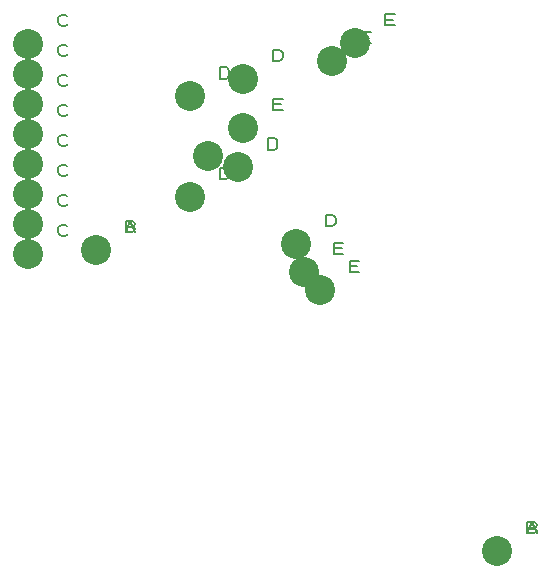
<source format=gbr>
%FSLAX35Y35*%
%MOIN*%
G04 EasyPC Gerber Version 18.0.9 Build 3640 *
%ADD11C,0.00500*%
%ADD87C,0.10000*%
X0Y0D02*
D02*
D11*
X32375Y127813D02*
X32063Y127500D01*
X31437Y127187*
X30500*
X29875Y127500*
X29563Y127813*
X29250Y128437*
Y129687*
X29563Y130313*
X29875Y130625*
X30500Y130937*
X31437*
X32063Y130625*
X32375Y130313*
Y137813D02*
X32063Y137500D01*
X31437Y137187*
X30500*
X29875Y137500*
X29563Y137813*
X29250Y138437*
Y139687*
X29563Y140313*
X29875Y140625*
X30500Y140937*
X31437*
X32063Y140625*
X32375Y140313*
Y147813D02*
X32063Y147500D01*
X31437Y147187*
X30500*
X29875Y147500*
X29563Y147813*
X29250Y148437*
Y149687*
X29563Y150313*
X29875Y150625*
X30500Y150937*
X31437*
X32063Y150625*
X32375Y150313*
Y157813D02*
X32063Y157500D01*
X31437Y157187*
X30500*
X29875Y157500*
X29563Y157813*
X29250Y158437*
Y159687*
X29563Y160313*
X29875Y160625*
X30500Y160937*
X31437*
X32063Y160625*
X32375Y160313*
Y167813D02*
X32063Y167500D01*
X31437Y167187*
X30500*
X29875Y167500*
X29563Y167813*
X29250Y168437*
Y169687*
X29563Y170313*
X29875Y170625*
X30500Y170937*
X31437*
X32063Y170625*
X32375Y170313*
Y177813D02*
X32063Y177500D01*
X31437Y177187*
X30500*
X29875Y177500*
X29563Y177813*
X29250Y178437*
Y179687*
X29563Y180313*
X29875Y180625*
X30500Y180937*
X31437*
X32063Y180625*
X32375Y180313*
Y187813D02*
X32063Y187500D01*
X31437Y187187*
X30500*
X29875Y187500*
X29563Y187813*
X29250Y188437*
Y189687*
X29563Y190313*
X29875Y190625*
X30500Y190937*
X31437*
X32063Y190625*
X32375Y190313*
Y197813D02*
X32063Y197500D01*
X31437Y197187*
X30500*
X29875Y197500*
X29563Y197813*
X29250Y198437*
Y199687*
X29563Y200313*
X29875Y200625*
X30500Y200937*
X31437*
X32063Y200625*
X32375Y200313*
X53918Y130283D02*
X54543Y129970D01*
X54856Y129346*
X54543Y128720*
X53918Y128408*
X51730*
Y132158*
X53918*
X54543Y131846*
X54856Y131220*
X54543Y130596*
X53918Y130283*
X51730*
Y128408D02*
X53293Y132158D01*
X54856Y128408*
X52356Y129970D02*
X54230D01*
X83226Y146124D02*
Y149874D01*
X85102*
X85726Y149562*
X86039Y149250*
X86352Y148624*
Y147374*
X86039Y146750*
X85726Y146437*
X85102Y146124*
X83226*
Y179589D02*
Y183339D01*
X85102*
X85726Y183027*
X86039Y182714*
X86352Y182089*
Y180839*
X86039Y180214*
X85726Y179902*
X85102Y179589*
X83226*
X89132Y159904D02*
Y163654D01*
X92257*
X91632Y161779D02*
X89132D01*
Y159904D02*
X92257D01*
X99250Y155967D02*
Y159717D01*
X101125*
X101750Y159405*
X102063Y159092*
X102375Y158467*
Y157217*
X102063Y156592*
X101750Y156280*
X101125Y155967*
X99250*
X100943Y169156D02*
Y172906D01*
X104068*
X103443Y171031D02*
X100943D01*
Y169156D02*
X104068D01*
X100943Y185494D02*
Y189244D01*
X102818*
X103443Y188932*
X103756Y188620*
X104068Y187994*
Y186744*
X103756Y186120*
X103443Y185807*
X102818Y185494*
X100943*
X118659Y130376D02*
Y134126D01*
X120535*
X121159Y133814*
X121472Y133502*
X121785Y132876*
Y131626*
X121472Y131002*
X121159Y130689*
X120535Y130376*
X118659*
X121250Y121187D02*
Y124937D01*
X124375*
X123750Y123063D02*
X121250D01*
Y121187D02*
X124375D01*
X126533Y115187D02*
Y118937D01*
X129659*
X129033Y117063D02*
X126533D01*
Y115187D02*
X129659D01*
X130470Y191400D02*
Y195150D01*
X133596*
X132970Y193275D02*
X130470D01*
Y191400D02*
X133596D01*
X138344Y197306D02*
Y201056D01*
X141470*
X140844Y199181D02*
X138344D01*
Y197306D02*
X141470D01*
X187776Y29889D02*
X188401Y29577D01*
X188714Y28952*
X188401Y28327*
X187776Y28014*
X185589*
Y31764*
X187776*
X188401Y31452*
X188714Y30827*
X188401Y30202*
X187776Y29889*
X185589*
Y28014D02*
X187151Y31764D01*
X188714Y28014*
X186214Y29577D02*
X188089D01*
D02*
D87*
X19250Y121250D03*
Y131250D03*
Y141250D03*
Y151250D03*
Y161250D03*
Y171250D03*
Y181250D03*
Y191250D03*
X41730Y122470D03*
D03*
X73226Y140187D03*
Y173652D03*
X79132Y153967D03*
X89250Y150030D03*
X90943Y163219D03*
Y179557D03*
X108659Y124439D03*
X111250Y115250D03*
X116533Y109250D03*
X120470Y185463D03*
X128344Y191368D03*
X175589Y22077D03*
D03*
X0Y0D02*
M02*

</source>
